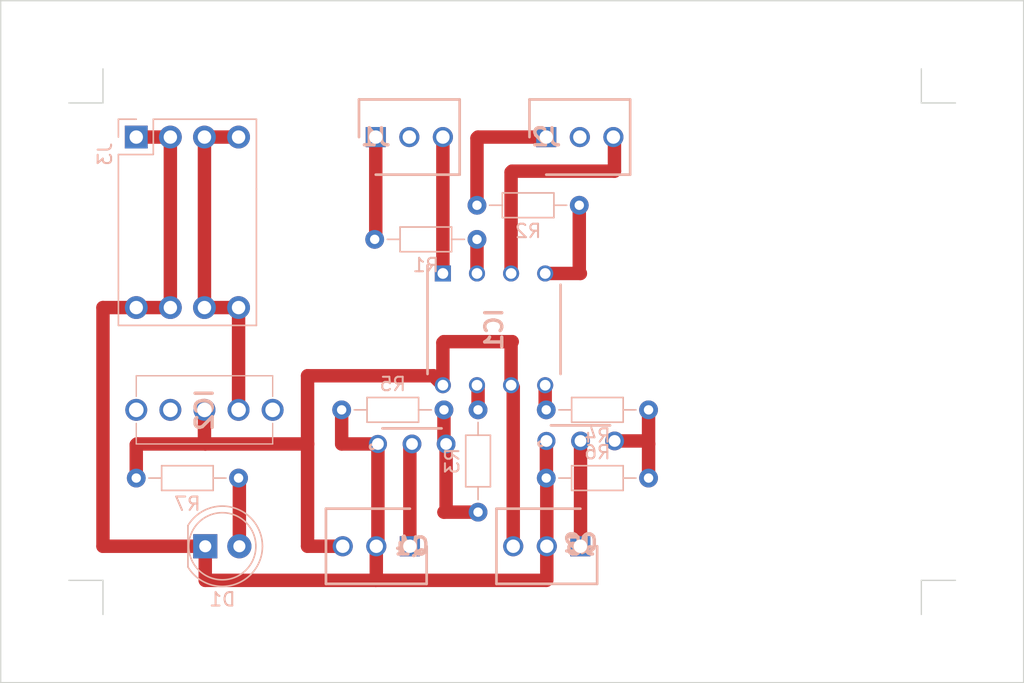
<source format=kicad_pcb>
(kicad_pcb (version 20211014) (generator pcbnew)
  (layers (0 "F.Cu" signal) (31 "B.Cu" signal) (34 "B.Paste" user) (35 "F.Paste" user) (36 "B.SilkS" user "B.Silkscreen") (37 "F.SilkS" user "F.Silkscreen") (38 "B.Mask" user) (39 "F.Mask" user) (44 "Edge.Cuts" user))
  (net 0 "")
  (net 1 "Net-(IC1-Pad1)")
  (net 2 "Net-(IC1-Pad2)")
  (net 3 "Net-(IC1-Pad3)")
  (net 4 "Net-(IC1-Pad4)")
  (net 5 "Net-(IC1-Pad5)")
  (net 6 "+24V")
  (net 7 "Net-(IC1-Pad7)")
  (net 8 "VCC")
  (net 12 "Net-(J1-Pad1)")
  (net 14 "Net-(J2-Pad1)")
  (net 16 "GND")
  (net 17 "Net-(J4-Pad1)")
  (net 18 "Net-(J5-Pad1)")
  (net 19 "Net-(Q1-Pad3)")
  (net 20 "Net-(Q2-Pad3)")
  (net 21 "Net-(D1-Pad2)")
  (footprint "Resistor_THT:R_Axial_DIN0204_L3.6mm_D1.6mm_P7.62mm_Horizontal" (layer "B.Cu") (at 137.14 91.44)
    (fp_text reference "R2" (at 3.81 1.92) (layer "B.SilkS") (effects (justify mirror)))
    (fp_text value "330")
    (fp_line (start 1.89 -0.92) (end 5.73 -0.92) (layer "B.SilkS") (width 0.12))
    (fp_line (start 5.73 0.92) (end 1.89 0.92) (layer "B.SilkS") (width 0.12))
    (fp_line (start 5.73 -0.92) (end 5.73 0.92) (layer "B.SilkS") (width 0.12))
    (fp_line (start 6.68 0) (end 5.73 0) (layer "B.SilkS") (width 0.12))
    (fp_line (start 0.94 0) (end 1.89 0) (layer "B.SilkS") (width 0.12))
    (fp_line (start 1.89 0.92) (end 1.89 -0.92) (layer "B.SilkS") (width 0.12))
    (pad "1" thru_hole circle (at 0 0) (size 1.4 1.4) (drill 0.7) (layers *.Cu *.Mask) (net 14 "Net-(J2-Pad1)"))
    (pad "2" thru_hole oval (at 7.62 0) (size 1.4 1.4) (drill 0.7) (layers *.Cu *.Mask) (net 4 "Net-(IC1-Pad4)"))
  )
  (footprint "LED_THT:LED_D5.0mm" (layer "B.Cu") (at 116.9 116.84)
    (fp_text reference "D1" (at 1.27 3.96) (layer "B.SilkS") (effects (justify mirror)))
    (fp_text value "LED")
    (fp_line (start -1.29 1.545) (end -1.29 -1.545) (layer "B.SilkS") (width 0.12))
    (fp_arc (start 4.26 -0.000462) (mid 2.072002 2.880433) (end -1.29 1.54483) (layer "B.SilkS") (width 0.12))
    (fp_arc (start -1.29 -1.54483) (mid 2.072002 -2.880433) (end 4.26 0.000462) (layer "B.SilkS") (width 0.12))
    (fp_circle (center 1.27 0) (end 3.77 0) (layer "B.SilkS") (width 0.12) (fill none))
    (pad "1" thru_hole rect (at 0 0) (size 1.8 1.8) (drill 0.9) (layers *.Cu *.Mask) (net 16 "GND"))
    (pad "2" thru_hole circle (at 2.54 0) (size 1.8 1.8) (drill 0.9) (layers *.Cu *.Mask) (net 21 "Net-(D1-Pad2)"))
  )
  (footprint "Resistor_THT:R_Axial_DIN0204_L3.6mm_D1.6mm_P7.62mm_Horizontal" (layer "B.Cu") (at 149.92 111.76 180)
    (fp_text reference "R6" (at 3.81 1.92) (layer "B.SilkS") (effects (justify mirror)))
    (fp_text value "470k")
    (fp_line (start 1.89 0.92) (end 1.89 -0.92) (layer "B.SilkS") (width 0.12))
    (fp_line (start 5.73 -0.92) (end 5.73 0.92) (layer "B.SilkS") (width 0.12))
    (fp_line (start 1.89 -0.92) (end 5.73 -0.92) (layer "B.SilkS") (width 0.12))
    (fp_line (start 5.73 0.92) (end 1.89 0.92) (layer "B.SilkS") (width 0.12))
    (fp_line (start 0.94 0) (end 1.89 0) (layer "B.SilkS") (width 0.12))
    (fp_line (start 6.68 0) (end 5.73 0) (layer "B.SilkS") (width 0.12))
    (pad "1" thru_hole circle (at 0 0 180) (size 1.4 1.4) (drill 0.7) (layers *.Cu *.Mask) (net 20 "Net-(Q2-Pad3)"))
    (pad "2" thru_hole oval (at 7.62 0 180) (size 1.4 1.4) (drill 0.7) (layers *.Cu *.Mask) (net 16 "GND"))
  )
  (footprint "Resistor_THT:R_Axial_DIN0204_L3.6mm_D1.6mm_P7.62mm_Horizontal" (layer "B.Cu") (at 137.22 106.68 -90)
    (fp_text reference "R3" (at 3.81 1.92 90) (layer "B.SilkS") (effects (justify mirror)))
    (fp_text value "2.2k")
    (fp_line (start 1.89 0.92) (end 1.89 -0.92) (layer "B.SilkS") (width 0.12))
    (fp_line (start 0.94 0) (end 1.89 0) (layer "B.SilkS") (width 0.12))
    (fp_line (start 1.89 -0.92) (end 5.73 -0.92) (layer "B.SilkS") (width 0.12))
    (fp_line (start 6.68 0) (end 5.73 0) (layer "B.SilkS") (width 0.12))
    (fp_line (start 5.73 -0.92) (end 5.73 0.92) (layer "B.SilkS") (width 0.12))
    (fp_line (start 5.73 0.92) (end 1.89 0.92) (layer "B.SilkS") (width 0.12))
    (pad "1" thru_hole circle (at 0 0 270) (size 1.4 1.4) (drill 0.7) (layers *.Cu *.Mask) (net 7 "Net-(IC1-Pad7)"))
    (pad "2" thru_hole oval (at 7.62 0 270) (size 1.4 1.4) (drill 0.7) (layers *.Cu *.Mask) (net 19 "Net-(Q1-Pad3)"))
  )
  (footprint "SamacSys:CS_TO-92" (layer "B.Cu") (at 144.851934 111.535919)
    (fp_text reference "Q2" (at 0 5.08) (layer "B.SilkS") (effects (font (size 1.27 1.27) (thickness 0.254)) (justify mirror)))
    (fp_text value "2SC1815" hide)
    (fp_line (start 2.2 -3.7) (end -2.2 -3.7) (layer "B.SilkS") (width 0.2))
    (fp_circle (center -2.96 -2.328) (end -2.96 -2.391) (layer "B.SilkS") (width 0.2) (fill none))
    (pad "1" thru_hole circle (at -2.54 -2.54) (size 1.35 1.35) (drill 0.88) (layers *.Cu *.Mask) (net 16 "GND"))
    (pad "2" thru_hole circle (at 0 -2.54) (size 1.4 1.4) (drill 0.88) (layers *.Cu *.Mask) (net 18 "Net-(J5-Pad1)"))
    (pad "3" thru_hole circle (at 2.54 -2.54) (size 1.4 1.4) (drill 0.88) (layers *.Cu *.Mask) (net 20 "Net-(Q2-Pad3)"))
  )
  (footprint "Resistor_THT:R_Axial_DIN0204_L3.6mm_D1.6mm_P7.62mm_Horizontal" (layer "B.Cu") (at 142.3 106.68)
    (fp_text reference "R4" (at 3.81 1.92) (layer "B.SilkS") (effects (justify mirror)))
    (fp_text value "2.2k")
    (fp_line (start 6.68 0) (end 5.73 0) (layer "B.SilkS") (width 0.12))
    (fp_line (start 5.73 0.92) (end 1.89 0.92) (layer "B.SilkS") (width 0.12))
    (fp_line (start 5.73 -0.92) (end 5.73 0.92) (layer "B.SilkS") (width 0.12))
    (fp_line (start 1.89 -0.92) (end 5.73 -0.92) (layer "B.SilkS") (width 0.12))
    (fp_line (start 1.89 0.92) (end 1.89 -0.92) (layer "B.SilkS") (width 0.12))
    (fp_line (start 0.94 0) (end 1.89 0) (layer "B.SilkS") (width 0.12))
    (pad "1" thru_hole circle (at 0 0) (size 1.4 1.4) (drill 0.7) (layers *.Cu *.Mask) (net 5 "Net-(IC1-Pad5)"))
    (pad "2" thru_hole oval (at 7.62 0) (size 1.4 1.4) (drill 0.7) (layers *.Cu *.Mask) (net 20 "Net-(Q2-Pad3)"))
  )
  (footprint "Resistor_THT:R_Axial_DIN0204_L3.6mm_D1.6mm_P7.62mm_Horizontal" (layer "B.Cu") (at 111.76 111.76)
    (fp_text reference "R7" (at 3.81 1.92) (layer "B.SilkS") (effects (justify mirror)))
    (fp_text value "R")
    (fp_line (start 6.68 0) (end 5.73 0) (layer "B.SilkS") (width 0.12))
    (fp_line (start 1.89 0.92) (end 1.89 -0.92) (layer "B.SilkS") (width 0.12))
    (fp_line (start 1.89 -0.92) (end 5.73 -0.92) (layer "B.SilkS") (width 0.12))
    (fp_line (start 5.73 -0.92) (end 5.73 0.92) (layer "B.SilkS") (width 0.12))
    (fp_line (start 0.94 0) (end 1.89 0) (layer "B.SilkS") (width 0.12))
    (fp_line (start 5.73 0.92) (end 1.89 0.92) (layer "B.SilkS") (width 0.12))
    (pad "1" thru_hole circle (at 0 0) (size 1.4 1.4) (drill 0.7) (layers *.Cu *.Mask) (net 6 "+24V"))
    (pad "2" thru_hole oval (at 7.62 0) (size 1.4 1.4) (drill 0.7) (layers *.Cu *.Mask) (net 21 "Net-(D1-Pad2)"))
  )
  (footprint "SamacSys:AE-DC-POWER-JACK-DIP" (layer "B.Cu") (at 111.76 86.36 -90)
    (fp_text reference "J3" (at 1.27 2.33 90) (layer "B.SilkS") (effects (justify mirror)))
    (fp_text value "Conn_02x04_Odd_Even")
    (fp_line (start 11.43 1.33) (end 14.03 1.33) (layer "B.SilkS") (width 0.12))
    (fp_line (start -1.33 1.33) (end 0 1.33) (layer "B.SilkS") (width 0.12))
    (fp_line (start 1.3 -1.27) (end 1.3 1.33) (layer "B.SilkS") (width 0.12))
    (fp_line (start -1.33 -8.95) (end 3.87 -8.95) (layer "B.SilkS") (width 0.12))
    (fp_line (start 1.3 1.33) (end 11.43 1.33) (layer "B.SilkS") (width 0.12))
    (fp_line (start -1.33 -1.27) (end 1.27 -1.27) (layer "B.SilkS") (width 0.12))
    (fp_line (start 14.03 1.33) (end 14.03 -8.95) (layer "B.SilkS") (width 0.12))
    (fp_line (start -1.33 -1.27) (end -1.33 -8.95) (layer "B.SilkS") (width 0.12))
    (fp_line (start 14.03 -8.95) (end 3.87 -8.95) (layer "B.SilkS") (width 0.12))
    (fp_line (start -1.33 0) (end -1.33 1.33) (layer "B.SilkS") (width 0.12))
    (pad "1" thru_hole rect (at 0 0 270) (size 1.7 1.7) (drill 1) (layers *.Cu *.Mask) (net 16 "GND"))
    (pad "2" thru_hole oval (at 12.7 0 270) (size 1.7 1.7) (drill 1) (layers *.Cu *.Mask) (net 16 "GND"))
    (pad "3" thru_hole oval (at 0 -2.54 270) (size 1.7 1.7) (drill 1) (layers *.Cu *.Mask) (net 16 "GND"))
    (pad "4" thru_hole oval (at 12.7 -2.54 270) (size 1.7 1.7) (drill 1) (layers *.Cu *.Mask) (net 16 "GND"))
    (pad "5" thru_hole oval (at 0 -5.08 270) (size 1.7 1.7) (drill 1) (layers *.Cu *.Mask) (net 8 "VCC"))
    (pad "6" thru_hole oval (at 12.7 -5.08 270) (size 1.7 1.7) (drill 1) (layers *.Cu *.Mask) (net 8 "VCC"))
    (pad "7" thru_hole oval (at 0 -7.62 270) (size 1.7 1.7) (drill 1) (layers *.Cu *.Mask) (net 8 "VCC"))
    (pad "8" thru_hole oval (at 12.7 -7.62 270) (size 1.7 1.7) (drill 1) (layers *.Cu *.Mask) (net 8 "VCC"))
  )
  (footprint "SamacSys:HDRV3W80P0X250_1X3_750X560X920P" (layer "B.Cu") (at 144.84 116.84 180)
    (fp_text reference "J5" (at 0 0) (layer "B.SilkS") (effects (font (size 1.27 1.27) (thickness 0.254)) (justify mirror)))
    (fp_text value "B3P-SHF-1AA_LF__SN_" hide)
    (fp_line (start 6.25 -2.8) (end 6.25 2.8) (layer "B.SilkS") (width 0.2))
    (fp_line (start -1.25 0) (end -1.25 -2.8) (layer "B.SilkS") (width 0.2))
    (fp_line (start -1.25 -2.8) (end 6.25 -2.8) (layer "B.SilkS") (width 0.2))
    (fp_line (start 6.25 2.8) (end 0 2.8) (layer "B.SilkS") (width 0.2))
    (pad "1" thru_hole rect locked (at 0 0 180) (size 1.5 1.5) (drill 1) (layers *.Cu *.Mask) (net 18 "Net-(J5-Pad1)"))
    (pad "2" thru_hole circle locked (at 2.5 0 180) (size 1.5 1.5) (drill 1) (layers *.Cu *.Mask) (net 16 "GND"))
    (pad "3" thru_hole circle locked (at 5 0 180) (size 1.5 1.5) (drill 1) (layers *.Cu *.Mask) (net 6 "+24V"))
  )
  (footprint "SamacSys:HDRV3W80P0X250_1X3_750X560X920P" (layer "B.Cu") (at 142.3 86.36)
    (fp_text reference "J2" (at 0 0) (layer "B.SilkS") (effects (font (size 1.27 1.27) (thickness 0.254)) (justify mirror)))
    (fp_text value "B3P-SHF-1AA_LF__SN_" hide)
    (fp_line (start -1.25 -2.8) (end 6.25 -2.8) (layer "B.SilkS") (width 0.2))
    (fp_line (start -1.25 0) (end -1.25 -2.8) (layer "B.SilkS") (width 0.2))
    (fp_line (start 6.25 2.8) (end 0 2.8) (layer "B.SilkS") (width 0.2))
    (fp_line (start 6.25 -2.8) (end 6.25 2.8) (layer "B.SilkS") (width 0.2))
    (pad "1" thru_hole rect locked (at 0 0) (size 1.5 1.5) (drill 1) (layers *.Cu *.Mask) (net 14 "Net-(J2-Pad1)"))
    (pad "2" thru_hole circle locked (at 2.5 0) (size 1.5 1.5) (drill 1) (layers *.Cu *.Mask))
    (pad "3" thru_hole circle locked (at 5 0) (size 1.5 1.5) (drill 1) (layers *.Cu *.Mask) (net 3 "Net-(IC1-Pad3)"))
  )
  (footprint "SamacSys:2MS1T1B4VS2QES" (layer "B.Cu") (at 119.38 106.68 90)
    (fp_text reference "IC2" (at 0 -2.54 90) (layer "B.SilkS") (effects (font (size 1.27 1.27) (thickness 0.254)) (justify mirror)))
    (fp_text value "2MS1T1B4VS2QES" hide)
    (fp_line (start 2.54 2.54) (end 2.54 -7.62) (layer "B.SilkS") (width 0.1))
    (fp_line (start 1 2.54) (end 2.54 2.54) (layer "B.SilkS") (width 0.1))
    (fp_line (start -1 2.54) (end -2.54 2.54) (layer "B.SilkS") (width 0.1))
    (fp_line (start -2.54 -7.62) (end -1 -7.62) (layer "B.SilkS") (width 0.1))
    (fp_line (start 2.54 -7.62) (end 1 -7.62) (layer "B.SilkS") (width 0.1))
    (fp_line (start -2.54 2.54) (end -2.54 -7.62) (layer "B.SilkS") (width 0.1))
    (pad "1" thru_hole circle locked (at 0 0 90) (size 1.635 1.635) (drill 1.09) (layers *.Cu *.Mask) (net 8 "VCC"))
    (pad "2" thru_hole circle locked (at 0 -2.54 90) (size 1.635 1.635) (drill 1.09) (layers *.Cu *.Mask) (net 6 "+24V"))
    (pad "3" thru_hole circle locked (at 0 -5.08 90) (size 1.635 1.635) (drill 1.09) (layers *.Cu *.Mask))
    (pad "MH1" thru_hole circle locked (at 0 2.54 90) (size 1.635 1.635) (drill 1.09) (layers *.Cu *.Mask))
    (pad "MH2" thru_hole circle locked (at 0 -7.62 90) (size 1.635 1.635) (drill 1.09) (layers *.Cu *.Mask))
  )
  (footprint "SamacSys:DIP832W60P254L966H380Q8N" (layer "B.Cu") (at 138.41 100.682 -90)
    (fp_text reference "IC1" (at 0 0 90) (layer "B.SilkS") (effects (font (size 1.27 1.27) (thickness 0.254)) (justify mirror)))
    (fp_text value "TLP521-2" hide)
    (fp_line (start -3.325 -4.955) (end 3.325 -4.955) (layer "B.SilkS") (width 0.2))
    (fp_line (start -4.762 4.955) (end 3.325 4.955) (layer "B.SilkS") (width 0.2))
    (pad "1" thru_hole rect locked (at -4.162 3.81 270) (size 1.2 1.2) (drill 0.8) (layers *.Cu *.Mask) (net 1 "Net-(IC1-Pad1)"))
    (pad "2" thru_hole circle locked (at -4.162 1.27 270) (size 1.2 1.2) (drill 0.8) (layers *.Cu *.Mask) (net 2 "Net-(IC1-Pad2)"))
    (pad "3" thru_hole circle locked (at -4.162 -1.27 270) (size 1.2 1.2) (drill 0.8) (layers *.Cu *.Mask) (net 3 "Net-(IC1-Pad3)"))
    (pad "4" thru_hole circle locked (at -4.162 -3.81 270) (size 1.2 1.2) (drill 0.8) (layers *.Cu *.Mask) (net 4 "Net-(IC1-Pad4)"))
    (pad "5" thru_hole circle locked (at 4.162 -3.81 270) (size 1.2 1.2) (drill 0.8) (layers *.Cu *.Mask) (net 5 "Net-(IC1-Pad5)"))
    (pad "6" thru_hole circle locked (at 4.162 -1.27 270) (size 1.2 1.2) (drill 0.8) (layers *.Cu *.Mask) (net 6 "+24V"))
    (pad "7" thru_hole circle locked (at 4.162 1.27 270) (size 1.2 1.2) (drill 0.8) (layers *.Cu *.Mask) (net 7 "Net-(IC1-Pad7)"))
    (pad "8" thru_hole circle locked (at 4.162 3.81 270) (size 1.2 1.2) (drill 0.8) (layers *.Cu *.Mask) (net 6 "+24V"))
  )
  (footprint "Resistor_THT:R_Axial_DIN0204_L3.6mm_D1.6mm_P7.62mm_Horizontal" (layer "B.Cu") (at 129.52 93.98)
    (fp_text reference "R1" (at 3.81 1.92) (layer "B.SilkS") (effects (justify mirror)))
    (fp_text value "330")
    (fp_line (start 6.68 0) (end 5.73 0) (layer "B.SilkS") (width 0.12))
    (fp_line (start 0.94 0) (end 1.89 0) (layer "B.SilkS") (width 0.12))
    (fp_line (start 1.89 0.92) (end 1.89 -0.92) (layer "B.SilkS") (width 0.12))
    (fp_line (start 5.73 -0.92) (end 5.73 0.92) (layer "B.SilkS") (width 0.12))
    (fp_line (start 5.73 0.92) (end 1.89 0.92) (layer "B.SilkS") (width 0.12))
    (fp_line (start 1.89 -0.92) (end 5.73 -0.92) (layer "B.SilkS") (width 0.12))
    (pad "1" thru_hole circle (at 0 0) (size 1.4 1.4) (drill 0.7) (layers *.Cu *.Mask) (net 12 "Net-(J1-Pad1)"))
    (pad "2" thru_hole oval (at 7.62 0) (size 1.4 1.4) (drill 0.7) (layers *.Cu *.Mask) (net 2 "Net-(IC1-Pad2)"))
  )
  (footprint "SamacSys:HDRV3W80P0X250_1X3_750X560X920P" (layer "B.Cu") (at 132.14 116.84 180)
    (fp_text reference "J4" (at 0 0) (layer "B.SilkS") (effects (font (size 1.27 1.27) (thickness 0.254)) (justify mirror)))
    (fp_text value "B3P-SHF-1AA_LF__SN_" hide)
    (fp_line (start -1.25 0) (end -1.25 -2.8) (layer "B.SilkS") (width 0.2))
    (fp_line (start -1.25 -2.8) (end 6.25 -2.8) (layer "B.SilkS") (width 0.2))
    (fp_line (start 6.25 -2.8) (end 6.25 2.8) (layer "B.SilkS") (width 0.2))
    (fp_line (start 6.25 2.8) (end 0 2.8) (layer "B.SilkS") (width 0.2))
    (pad "1" thru_hole rect locked (at 0 0 180) (size 1.5 1.5) (drill 1) (layers *.Cu *.Mask) (net 17 "Net-(J4-Pad1)"))
    (pad "2" thru_hole circle locked (at 2.5 0 180) (size 1.5 1.5) (drill 1) (layers *.Cu *.Mask) (net 16 "GND"))
    (pad "3" thru_hole circle locked (at 5 0 180) (size 1.5 1.5) (drill 1) (layers *.Cu *.Mask) (net 6 "+24V"))
  )
  (footprint "SamacSys:CS_TO-92" (layer "B.Cu") (at 132.3 111.76)
    (fp_text reference "Q1" (at 0 5.08) (layer "B.SilkS") (effects (font (size 1.27 1.27) (thickness 0.254)) (justify mirror)))
    (fp_text value "2SC1815" hide)
    (fp_line (start 2.2 -3.7) (end -2.2 -3.7) (layer "B.SilkS") (width 0.2))
    (fp_circle (center -2.96 -2.328) (end -2.96 -2.391) (layer "B.SilkS") (width 0.2) (fill none))
    (pad "1" thru_hole circle (at -2.54 -2.54) (size 1.35 1.35) (drill 0.88) (layers *.Cu *.Mask) (net 16 "GND"))
    (pad "2" thru_hole circle (at 0 -2.54) (size 1.4 1.4) (drill 0.88) (layers *.Cu *.Mask) (net 17 "Net-(J4-Pad1)"))
    (pad "3" thru_hole circle (at 2.54 -2.54) (size 1.4 1.4) (drill 0.88) (layers *.Cu *.Mask) (net 19 "Net-(Q1-Pad3)"))
  )
  (footprint "SamacSys:HDRV3W80P0X250_1X3_750X560X920P" (layer "B.Cu") (at 129.6 86.36)
    (fp_text reference "J1" (at 0 0) (layer "B.SilkS") (effects (font (size 1.27 1.27) (thickness 0.254)) (justify mirror)))
    (fp_text value "B3P-SHF-1AA_LF__SN_" hide)
    (fp_line (start -1.25 0) (end -1.25 -2.8) (layer "B.SilkS") (width 0.2))
    (fp_line (start -1.25 -2.8) (end 6.25 -2.8) (layer "B.SilkS") (width 0.2))
    (fp_line (start 6.25 2.8) (end 0 2.8) (layer "B.SilkS") (width 0.2))
    (fp_line (start 6.25 -2.8) (end 6.25 2.8) (layer "B.SilkS") (width 0.2))
    (pad "1" thru_hole rect locked (at 0 0) (size 1.5 1.5) (drill 1) (layers *.Cu *.Mask) (net 12 "Net-(J1-Pad1)"))
    (pad "2" thru_hole circle locked (at 2.5 0) (size 1.5 1.5) (drill 1) (layers *.Cu *.Mask))
    (pad "3" thru_hole circle locked (at 5 0) (size 1.5 1.5) (drill 1) (layers *.Cu *.Mask) (net 1 "Net-(IC1-Pad1)"))
  )
  (footprint "Resistor_THT:R_Axial_DIN0204_L3.6mm_D1.6mm_P7.62mm_Horizontal" (layer "B.Cu") (at 134.68 106.68 180)
    (fp_text reference "R5" (at 3.81 1.92) (layer "B.SilkS") (effects (justify mirror)))
    (fp_text value "470k")
    (fp_line (start 0.94 0) (end 1.89 0) (layer "B.SilkS") (width 0.12))
    (fp_line (start 6.68 0) (end 5.73 0) (layer "B.SilkS") (width 0.12))
    (fp_line (start 1.89 0.92) (end 1.89 -0.92) (layer "B.SilkS") (width 0.12))
    (fp_line (start 1.89 -0.92) (end 5.73 -0.92) (layer "B.SilkS") (width 0.12))
    (fp_line (start 5.73 -0.92) (end 5.73 0.92) (layer "B.SilkS") (width 0.12))
    (fp_line (start 5.73 0.92) (end 1.89 0.92) (layer "B.SilkS") (width 0.12))
    (pad "1" thru_hole circle (at 0 0 180) (size 1.4 1.4) (drill 0.7) (layers *.Cu *.Mask) (net 19 "Net-(Q1-Pad3)"))
    (pad "2" thru_hole oval (at 7.62 0 180) (size 1.4 1.4) (drill 0.7) (layers *.Cu *.Mask) (net 16 "GND"))
  )
  (gr_line (start 170.24 83.82) (end 170.24 81.28) (layer "Edge.Cuts") (width 0.1))
  (gr_line (start 177.86 76.2) (end 101.66 76.2) (layer "Edge.Cuts") (width 0.1))
  (gr_line (start 109.28 119.38) (end 109.28 121.92) (layer "Edge.Cuts") (width 0.1))
  (gr_line (start 109.28 83.82) (end 109.28 81.28) (layer "Edge.Cuts") (width 0.1))
  (gr_line (start 170.24 121.92) (end 170.24 119.38) (layer "Edge.Cuts") (width 0.1))
  (gr_line (start 170.24 119.38) (end 172.78 119.38) (layer "Edge.Cuts") (width 0.1))
  (gr_line (start 101.66 127) (end 177.86 127) (layer "Edge.Cuts") (width 0.1))
  (gr_line (start 170.24 83.82) (end 172.78 83.82) (layer "Edge.Cuts") (width 0.1))
  (gr_line (start 177.86 127) (end 177.86 76.2) (layer "Edge.Cuts") (width 0.1))
  (gr_line (start 101.66 127) (end 101.66 76.2) (layer "Edge.Cuts") (width 0.1))
  (gr_line (start 106.74 83.82) (end 109.28 83.82) (layer "Edge.Cuts") (width 0.1))
  (gr_line (start 109.28 119.38) (end 106.74 119.38) (layer "Edge.Cuts") (width 0.1))
  (segment (start 134.68 96.52) (end 134.6 96.52) (width 1) (layer "F.Cu") (net 1))
  (segment (start 134.6 86.36) (end 134.6 96.44) (width 1) (layer "F.Cu") (net 1))
  (segment (start 134.6 96.44) (end 134.68 96.52) (width 1) (layer "F.Cu") (net 1))
  (segment (start 137.14 96.52) (end 137.14 93.98) (width 1) (layer "F.Cu") (net 2))
  (segment (start 147.38 88.9) (end 147.38 86.36) (width 1) (layer "F.Cu") (net 3))
  (segment (start 139.68 96.52) (end 139.68 88.98) (width 1) (layer "F.Cu") (net 3))
  (segment (start 139.68 88.98) (end 139.76 88.9) (width 1) (layer "F.Cu") (net 3))
  (segment (start 139.76 88.9) (end 147.38 88.9) (width 1) (layer "F.Cu") (net 3))
  (segment (start 144.76 96.44) (end 144.76 91.44) (width 1) (layer "F.Cu") (net 4))
  (segment (start 142.22 96.52) (end 144.84 96.52) (width 1) (layer "F.Cu") (net 4))
  (segment (start 144.84 96.52) (end 144.76 96.44) (width 1) (layer "F.Cu") (net 4))
  (segment (start 142.22 104.844) (end 142.22 106.6) (width 1) (layer "F.Cu") (net 5))
  (segment (start 142.22 106.6) (end 142.3 106.68) (width 1) (layer "F.Cu") (net 5))
  (segment (start 134.6 101.68) (end 134.68 101.6) (width 1) (layer "F.Cu") (net 6))
  (segment (start 124.52 116.84) (end 124.52 109.22) (width 1) (layer "F.Cu") (net 6))
  (segment (start 139.84 116.84) (end 139.84 105.004) (width 1) (layer "F.Cu") (net 6))
  (segment (start 116.84 109.16) (end 116.84 106.68) (width 1) (layer "F.Cu") (net 6))
  (segment (start 116.9 109.22) (end 124.52 109.22) (width 1) (layer "F.Cu") (net 6))
  (segment (start 133.896 104.14) (end 134.6 104.844) (width 1) (layer "F.Cu") (net 6))
  (segment (start 111.76 111.76) (end 111.76 109.28) (width 1) (layer "F.Cu") (net 6))
  (segment (start 139.84 105.004) (end 139.68 104.844) (width 1) (layer "F.Cu") (net 6))
  (segment (start 111.76 109.28) (end 111.82 109.22) (width 1) (layer "F.Cu") (net 6))
  (segment (start 134.6 104.844) (end 134.6 101.68) (width 1) (layer "F.Cu") (net 6))
  (segment (start 134.68 101.6) (end 139.76 101.6) (width 1) (layer "F.Cu") (net 6))
  (segment (start 139.76 101.6) (end 139.68 101.68) (width 1) (layer "F.Cu") (net 6))
  (segment (start 127.14 116.84) (end 124.52 116.84) (width 1) (layer "F.Cu") (net 6))
  (segment (start 139.68 101.68) (end 139.68 104.844) (width 1) (layer "F.Cu") (net 6))
  (segment (start 116.84 109.16) (end 116.9 109.22) (width 1) (layer "F.Cu") (net 6))
  (segment (start 124.52 104.14) (end 133.896 104.14) (width 1) (layer "F.Cu") (net 6))
  (segment (start 124.52 109.22) (end 124.52 104.14) (width 1) (layer "F.Cu") (net 6))
  (segment (start 111.82 109.22) (end 116.9 109.22) (width 1) (layer "F.Cu") (net 6))
  (segment (start 137.22 106.68) (end 137.22 104.924) (width 1) (layer "F.Cu") (net 7))
  (segment (start 137.22 104.924) (end 137.14 104.844) (width 1) (layer "F.Cu") (net 7))
  (segment (start 119.38 86.36) (end 116.84 86.36) (width 1) (layer "F.Cu") (net 8))
  (segment (start 119.38 106.68) (end 119.38 99.06) (width 1) (layer "F.Cu") (net 8))
  (segment (start 116.84 86.36) (end 116.84 99.06) (width 1) (layer "F.Cu") (net 8))
  (segment (start 119.38 99.06) (end 116.84 99.06) (width 1) (layer "F.Cu") (net 8))
  (segment (start 129.6 86.36) (end 129.6 93.9) (width 1) (layer "F.Cu") (net 12))
  (segment (start 129.6 93.9) (end 129.52 93.98) (width 1) (layer "F.Cu") (net 12))
  (segment (start 137.22 86.36) (end 142.3 86.36) (width 1) (layer "F.Cu") (net 14))
  (segment (start 137.14 86.44) (end 137.22 86.36) (width 1) (layer "F.Cu") (net 14))
  (segment (start 137.14 91.44) (end 137.14 86.44) (width 1) (layer "F.Cu") (net 14))
  (segment (start 114.3 86.36) (end 111.76 86.36) (width 1) (layer "F.Cu") (net 16))
  (segment (start 116.9 119.38) (end 129.6 119.38) (width 1) (layer "F.Cu") (net 16))
  (segment (start 142.311934 111.748066) (end 142.3 111.76) (width 1) (layer "F.Cu") (net 16))
  (segment (start 129.64 119.34) (end 129.64 116.84) (width 1) (layer "F.Cu") (net 16))
  (segment (start 114.3 99.06) (end 111.76 99.06) (width 1) (layer "F.Cu") (net 16))
  (segment (start 142.311934 108.995919) (end 142.311934 111.748066) (width 1) (layer "F.Cu") (net 16))
  (segment (start 111.76 99.06) (end 109.28 99.06) (width 1) (layer "F.Cu") (net 16))
  (segment (start 114.3 99.06) (end 114.3 86.36) (width 1) (layer "F.Cu") (net 16))
  (segment (start 129.76 109.22) (end 129.76 116.72) (width 1) (layer "F.Cu") (net 16))
  (segment (start 127.06 109.22) (end 129.76 109.22) (width 1) (layer "F.Cu") (net 16))
  (segment (start 142.34 116.84) (end 142.34 111.8) (width 1) (layer "F.Cu") (net 16))
  (segment (start 142.34 119.34) (end 142.34 116.84) (width 1) (layer "F.Cu") (net 16))
  (segment (start 109.28 116.84) (end 116.9 116.84) (width 1) (layer "F.Cu") (net 16))
  (segment (start 142.3 119.38) (end 142.34 119.34) (width 1) (layer "F.Cu") (net 16))
  (segment (start 129.6 119.38) (end 129.64 119.34) (width 1) (layer "F.Cu") (net 16))
  (segment (start 116.9 116.84) (end 116.9 119.38) (width 1) (layer "F.Cu") (net 16))
  (segment (start 129.76 116.72) (end 129.64 116.84) (width 1) (layer "F.Cu") (net 16))
  (segment (start 127.06 106.68) (end 127.06 109.22) (width 1) (layer "F.Cu") (net 16))
  (segment (start 109.28 99.06) (end 109.28 116.84) (width 1) (layer "F.Cu") (net 16))
  (segment (start 142.34 111.8) (end 142.3 111.76) (width 1) (layer "F.Cu") (net 16))
  (segment (start 129.6 119.38) (end 142.3 119.38) (width 1) (layer "F.Cu") (net 16))
  (segment (start 132.14 109.38) (end 132.3 109.22) (width 1) (layer "F.Cu") (net 17))
  (segment (start 132.14 116.84) (end 132.14 109.38) (width 1) (layer "F.Cu") (net 17))
  (segment (start 144.851934 116.828066) (end 144.84 116.84) (width 1) (layer "F.Cu") (net 18))
  (segment (start 144.851934 108.995919) (end 144.851934 116.828066) (width 1) (layer "F.Cu") (net 18))
  (segment (start 134.68 106.68) (end 134.68 109.06) (width 1) (layer "F.Cu") (net 19))
  (segment (start 134.84 114.14) (end 134.84 109.22) (width 1) (layer "F.Cu") (net 19))
  (segment (start 134.68 114.3) (end 134.84 114.14) (width 1) (layer "F.Cu") (net 19))
  (segment (start 137.22 114.3) (end 134.68 114.3) (width 1) (layer "F.Cu") (net 19))
  (segment (start 134.68 109.06) (end 134.84 109.22) (width 1) (layer "F.Cu") (net 19))
  (segment (start 149.92 109.22) (end 149.92 111.76) (width 1) (layer "F.Cu") (net 20))
  (segment (start 149.695919 108.995919) (end 149.92 109.22) (width 1) (layer "F.Cu") (net 20))
  (segment (start 149.92 106.68) (end 149.92 109.22) (width 1) (layer "F.Cu") (net 20))
  (segment (start 147.391934 108.995919) (end 149.695919 108.995919) (width 1) (layer "F.Cu") (net 20))
  (segment (start 119.44 111.82) (end 119.38 111.76) (width 1) (layer "F.Cu") (net 21))
  (segment (start 119.44 116.84) (end 119.44 111.82) (width 1) (layer "F.Cu") (net 21))
)
</source>
